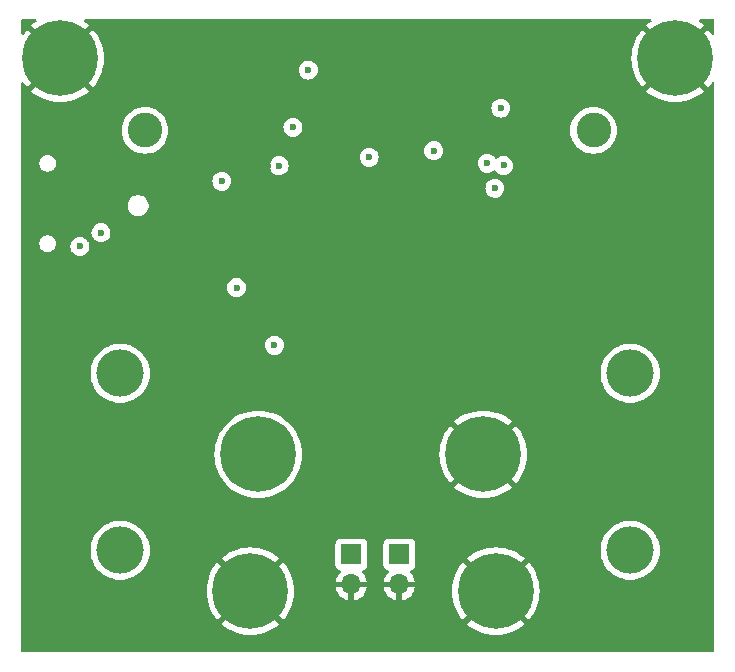
<source format=gbr>
%TF.GenerationSoftware,KiCad,Pcbnew,8.0.1*%
%TF.CreationDate,2024-04-22T08:31:39-07:00*%
%TF.ProjectId,milliohm_meter,6d696c6c-696f-4686-9d5f-6d657465722e,rev?*%
%TF.SameCoordinates,Original*%
%TF.FileFunction,Copper,L2,Inr*%
%TF.FilePolarity,Positive*%
%FSLAX46Y46*%
G04 Gerber Fmt 4.6, Leading zero omitted, Abs format (unit mm)*
G04 Created by KiCad (PCBNEW 8.0.1) date 2024-04-22 08:31:39*
%MOMM*%
%LPD*%
G01*
G04 APERTURE LIST*
%TA.AperFunction,ComponentPad*%
%ADD10C,6.400000*%
%TD*%
%TA.AperFunction,ComponentPad*%
%ADD11R,1.700000X1.700000*%
%TD*%
%TA.AperFunction,ComponentPad*%
%ADD12O,1.700000X1.700000*%
%TD*%
%TA.AperFunction,ComponentPad*%
%ADD13C,4.000000*%
%TD*%
%TA.AperFunction,ComponentPad*%
%ADD14C,2.940000*%
%TD*%
%TA.AperFunction,ViaPad*%
%ADD15C,0.600000*%
%TD*%
G04 APERTURE END LIST*
D10*
%TO.N,GND*%
%TO.C,J8*%
X147574000Y-90678000D03*
%TD*%
D11*
%TO.N,VCC*%
%TO.C,J4*%
X136423000Y-99156200D03*
D12*
%TO.N,GND*%
X136423000Y-101696200D03*
%TD*%
D10*
%TO.N,GND*%
%TO.C,H2*%
X163830000Y-57150000D03*
%TD*%
D13*
%TO.N,Net-(D1-K)*%
%TO.C,J2*%
X116840000Y-83820000D03*
%TD*%
D11*
%TO.N,/V_OUT*%
%TO.C,J3*%
X140487000Y-99156200D03*
D12*
%TO.N,GND*%
X140487000Y-101696200D03*
%TD*%
D10*
%TO.N,GND*%
%TO.C,H4*%
X148640800Y-102260400D03*
%TD*%
D13*
%TO.N,/SENSE-*%
%TO.C,J6*%
X160020000Y-98806000D03*
%TD*%
D10*
%TO.N,/V_OUT*%
%TO.C,J7*%
X128524000Y-90678000D03*
%TD*%
D13*
%TO.N,/SENSE+*%
%TO.C,J5*%
X160020000Y-83820000D03*
%TD*%
D10*
%TO.N,GND*%
%TO.C,H1*%
X111760000Y-57150000D03*
%TD*%
D13*
%TO.N,/FORCE-*%
%TO.C,J1*%
X116840000Y-98806000D03*
%TD*%
D10*
%TO.N,GND*%
%TO.C,H3*%
X127863600Y-102260400D03*
%TD*%
D14*
%TO.N,Net-(BAT1--)*%
%TO.C,BAT1*%
X156922000Y-63246000D03*
%TO.N,Net-(BAT1-+)*%
X118952000Y-63246000D03*
%TD*%
D15*
%TO.N,VCC*%
X132765800Y-58140600D03*
%TO.N,GND*%
X128320800Y-58547000D03*
%TO.N,VCC*%
X131470400Y-62992000D03*
X125450600Y-67564000D03*
X149072600Y-61366400D03*
X149301200Y-66217800D03*
X148564600Y-68148200D03*
X115214400Y-71907400D03*
X126695200Y-76555600D03*
X113436400Y-73075800D03*
X130302000Y-66243200D03*
%TO.N,GND*%
X138684000Y-69723000D03*
X126184600Y-61518800D03*
X126235400Y-60426600D03*
X137541000Y-69723000D03*
X147523200Y-67919600D03*
X128016000Y-66344800D03*
X146812000Y-68961000D03*
X151587200Y-63246000D03*
X146126200Y-68275200D03*
X129489200Y-65532000D03*
X150368000Y-62407800D03*
X125628400Y-66090800D03*
X129336800Y-66243200D03*
X126210000Y-59410600D03*
X126210000Y-62585600D03*
%TO.N,/FORCE-*%
X137922000Y-65532000D03*
X129908300Y-81445100D03*
%TO.N,/V_OUT*%
X143383000Y-64973200D03*
X147929600Y-66040000D03*
%TD*%
%TA.AperFunction,Conductor*%
%TO.N,GND*%
G36*
X161781114Y-53860185D02*
G01*
X161826869Y-53912989D01*
X161836813Y-53982147D01*
X161807788Y-54045703D01*
X161781610Y-54068495D01*
X161652206Y-54152531D01*
X161394648Y-54361095D01*
X161394648Y-54361096D01*
X162889301Y-55855748D01*
X162787670Y-55929588D01*
X162609588Y-56107670D01*
X162535748Y-56209300D01*
X161041096Y-54714648D01*
X161041095Y-54714648D01*
X160832531Y-54972206D01*
X160621310Y-55297456D01*
X160445244Y-55643005D01*
X160306262Y-56005063D01*
X160205887Y-56379669D01*
X160205886Y-56379676D01*
X160145219Y-56762712D01*
X160124922Y-57149999D01*
X160124922Y-57150000D01*
X160145219Y-57537287D01*
X160205886Y-57920323D01*
X160205887Y-57920330D01*
X160306262Y-58294936D01*
X160445244Y-58656994D01*
X160621310Y-59002543D01*
X160832531Y-59327793D01*
X161041095Y-59585350D01*
X161041096Y-59585350D01*
X162535748Y-58090698D01*
X162609588Y-58192330D01*
X162787670Y-58370412D01*
X162889300Y-58444251D01*
X161394648Y-59938903D01*
X161394649Y-59938904D01*
X161652206Y-60147468D01*
X161977456Y-60358689D01*
X162323005Y-60534755D01*
X162685063Y-60673737D01*
X163059669Y-60774112D01*
X163059676Y-60774113D01*
X163442712Y-60834780D01*
X163829999Y-60855078D01*
X163830001Y-60855078D01*
X164217287Y-60834780D01*
X164600323Y-60774113D01*
X164600330Y-60774112D01*
X164974936Y-60673737D01*
X165336994Y-60534755D01*
X165682543Y-60358689D01*
X166007783Y-60147476D01*
X166007785Y-60147475D01*
X166265349Y-59938902D01*
X164770698Y-58444251D01*
X164872330Y-58370412D01*
X165050412Y-58192330D01*
X165124251Y-58090698D01*
X166618902Y-59585349D01*
X166827475Y-59327785D01*
X166827475Y-59327783D01*
X166911505Y-59198390D01*
X166964526Y-59152887D01*
X167033731Y-59143272D01*
X167097148Y-59172599D01*
X167134642Y-59231557D01*
X167139500Y-59265925D01*
X167139500Y-107325500D01*
X167119815Y-107392539D01*
X167067011Y-107438294D01*
X167015500Y-107449500D01*
X108574500Y-107449500D01*
X108507461Y-107429815D01*
X108461706Y-107377011D01*
X108450500Y-107325500D01*
X108450500Y-102260400D01*
X124158522Y-102260400D01*
X124178819Y-102647687D01*
X124239486Y-103030723D01*
X124239487Y-103030730D01*
X124339862Y-103405336D01*
X124478844Y-103767394D01*
X124654910Y-104112943D01*
X124866131Y-104438193D01*
X125074695Y-104695750D01*
X125074696Y-104695750D01*
X126569348Y-103201098D01*
X126643188Y-103302730D01*
X126821270Y-103480812D01*
X126922900Y-103554651D01*
X125428248Y-105049303D01*
X125428249Y-105049304D01*
X125685806Y-105257868D01*
X126011056Y-105469089D01*
X126356605Y-105645155D01*
X126718663Y-105784137D01*
X127093269Y-105884512D01*
X127093276Y-105884513D01*
X127476312Y-105945180D01*
X127863599Y-105965478D01*
X127863601Y-105965478D01*
X128250887Y-105945180D01*
X128633923Y-105884513D01*
X128633930Y-105884512D01*
X129008536Y-105784137D01*
X129370594Y-105645155D01*
X129716143Y-105469089D01*
X130041383Y-105257876D01*
X130041385Y-105257875D01*
X130298949Y-105049302D01*
X128804298Y-103554651D01*
X128905930Y-103480812D01*
X129084012Y-103302730D01*
X129157851Y-103201098D01*
X130652502Y-104695749D01*
X130861075Y-104438185D01*
X130861076Y-104438183D01*
X131072289Y-104112943D01*
X131248355Y-103767394D01*
X131387337Y-103405336D01*
X131487712Y-103030730D01*
X131487713Y-103030723D01*
X131548380Y-102647687D01*
X131568678Y-102260400D01*
X131568678Y-102260399D01*
X131548380Y-101873112D01*
X131487713Y-101490076D01*
X131487712Y-101490069D01*
X131387337Y-101115463D01*
X131248355Y-100753405D01*
X131072289Y-100407856D01*
X130861068Y-100082606D01*
X130837960Y-100054070D01*
X135072500Y-100054070D01*
X135072501Y-100054076D01*
X135078908Y-100113683D01*
X135129202Y-100248528D01*
X135129206Y-100248535D01*
X135215452Y-100363744D01*
X135215455Y-100363747D01*
X135330664Y-100449993D01*
X135330671Y-100449997D01*
X135330674Y-100449998D01*
X135462598Y-100499202D01*
X135518531Y-100541073D01*
X135542949Y-100606537D01*
X135528098Y-100674810D01*
X135506947Y-100703065D01*
X135384886Y-100825126D01*
X135249400Y-101018620D01*
X135249399Y-101018622D01*
X135149570Y-101232707D01*
X135149567Y-101232713D01*
X135092364Y-101446199D01*
X135092364Y-101446200D01*
X135989988Y-101446200D01*
X135957075Y-101503207D01*
X135923000Y-101630374D01*
X135923000Y-101762026D01*
X135957075Y-101889193D01*
X135989988Y-101946200D01*
X135092364Y-101946200D01*
X135149567Y-102159686D01*
X135149570Y-102159692D01*
X135249399Y-102373778D01*
X135384894Y-102567282D01*
X135551917Y-102734305D01*
X135745421Y-102869800D01*
X135959507Y-102969629D01*
X135959516Y-102969633D01*
X136173000Y-103026834D01*
X136173000Y-102129212D01*
X136230007Y-102162125D01*
X136357174Y-102196200D01*
X136488826Y-102196200D01*
X136615993Y-102162125D01*
X136673000Y-102129212D01*
X136673000Y-103026833D01*
X136886483Y-102969633D01*
X136886492Y-102969629D01*
X137100578Y-102869800D01*
X137294082Y-102734305D01*
X137461105Y-102567282D01*
X137596600Y-102373778D01*
X137696429Y-102159692D01*
X137696432Y-102159686D01*
X137753636Y-101946200D01*
X136856012Y-101946200D01*
X136888925Y-101889193D01*
X136923000Y-101762026D01*
X136923000Y-101630374D01*
X136888925Y-101503207D01*
X136856012Y-101446200D01*
X137753636Y-101446200D01*
X137753635Y-101446199D01*
X137696432Y-101232713D01*
X137696429Y-101232707D01*
X137596600Y-101018622D01*
X137596599Y-101018620D01*
X137461113Y-100825126D01*
X137461108Y-100825120D01*
X137339053Y-100703065D01*
X137305568Y-100641742D01*
X137310552Y-100572050D01*
X137352424Y-100516117D01*
X137383400Y-100499202D01*
X137515331Y-100449996D01*
X137630546Y-100363746D01*
X137716796Y-100248531D01*
X137767091Y-100113683D01*
X137773500Y-100054073D01*
X137773500Y-100054070D01*
X139136500Y-100054070D01*
X139136501Y-100054076D01*
X139142908Y-100113683D01*
X139193202Y-100248528D01*
X139193206Y-100248535D01*
X139279452Y-100363744D01*
X139279455Y-100363747D01*
X139394664Y-100449993D01*
X139394671Y-100449997D01*
X139394674Y-100449998D01*
X139526598Y-100499202D01*
X139582531Y-100541073D01*
X139606949Y-100606537D01*
X139592098Y-100674810D01*
X139570947Y-100703065D01*
X139448886Y-100825126D01*
X139313400Y-101018620D01*
X139313399Y-101018622D01*
X139213570Y-101232707D01*
X139213567Y-101232713D01*
X139156364Y-101446199D01*
X139156364Y-101446200D01*
X140053988Y-101446200D01*
X140021075Y-101503207D01*
X139987000Y-101630374D01*
X139987000Y-101762026D01*
X140021075Y-101889193D01*
X140053988Y-101946200D01*
X139156364Y-101946200D01*
X139213567Y-102159686D01*
X139213570Y-102159692D01*
X139313399Y-102373778D01*
X139448894Y-102567282D01*
X139615917Y-102734305D01*
X139809421Y-102869800D01*
X140023507Y-102969629D01*
X140023516Y-102969633D01*
X140237000Y-103026834D01*
X140237000Y-102129212D01*
X140294007Y-102162125D01*
X140421174Y-102196200D01*
X140552826Y-102196200D01*
X140679993Y-102162125D01*
X140737000Y-102129212D01*
X140737000Y-103026833D01*
X140950483Y-102969633D01*
X140950492Y-102969629D01*
X141164578Y-102869800D01*
X141358082Y-102734305D01*
X141525105Y-102567282D01*
X141660600Y-102373778D01*
X141713469Y-102260400D01*
X144935722Y-102260400D01*
X144956019Y-102647687D01*
X145016686Y-103030723D01*
X145016687Y-103030730D01*
X145117062Y-103405336D01*
X145256044Y-103767394D01*
X145432110Y-104112943D01*
X145643331Y-104438193D01*
X145851895Y-104695750D01*
X145851896Y-104695750D01*
X147346548Y-103201098D01*
X147420388Y-103302730D01*
X147598470Y-103480812D01*
X147700100Y-103554651D01*
X146205448Y-105049303D01*
X146205449Y-105049304D01*
X146463006Y-105257868D01*
X146788256Y-105469089D01*
X147133805Y-105645155D01*
X147495863Y-105784137D01*
X147870469Y-105884512D01*
X147870476Y-105884513D01*
X148253512Y-105945180D01*
X148640799Y-105965478D01*
X148640801Y-105965478D01*
X149028087Y-105945180D01*
X149411123Y-105884513D01*
X149411130Y-105884512D01*
X149785736Y-105784137D01*
X150147794Y-105645155D01*
X150493343Y-105469089D01*
X150818583Y-105257876D01*
X150818585Y-105257875D01*
X151076149Y-105049302D01*
X149581498Y-103554651D01*
X149683130Y-103480812D01*
X149861212Y-103302730D01*
X149935051Y-103201098D01*
X151429702Y-104695749D01*
X151638275Y-104438185D01*
X151638276Y-104438183D01*
X151849489Y-104112943D01*
X152025555Y-103767394D01*
X152164537Y-103405336D01*
X152264912Y-103030730D01*
X152264913Y-103030723D01*
X152325580Y-102647687D01*
X152345878Y-102260400D01*
X152345878Y-102260399D01*
X152325580Y-101873112D01*
X152264913Y-101490076D01*
X152264912Y-101490069D01*
X152164537Y-101115463D01*
X152025555Y-100753405D01*
X151849489Y-100407856D01*
X151638268Y-100082606D01*
X151429704Y-99825049D01*
X151429703Y-99825048D01*
X149935051Y-101319700D01*
X149861212Y-101218070D01*
X149683130Y-101039988D01*
X149581498Y-100966148D01*
X151076150Y-99471496D01*
X151076150Y-99471495D01*
X150818593Y-99262931D01*
X150493343Y-99051710D01*
X150147794Y-98875644D01*
X149966379Y-98806005D01*
X157514556Y-98806005D01*
X157534310Y-99120004D01*
X157534311Y-99120011D01*
X157593270Y-99429083D01*
X157690497Y-99728316D01*
X157690499Y-99728321D01*
X157824461Y-100013003D01*
X157824464Y-100013009D01*
X157993051Y-100278661D01*
X157993054Y-100278665D01*
X158193606Y-100521090D01*
X158193608Y-100521092D01*
X158193610Y-100521094D01*
X158357301Y-100674810D01*
X158422968Y-100736476D01*
X158422978Y-100736484D01*
X158677504Y-100921408D01*
X158677509Y-100921410D01*
X158677516Y-100921416D01*
X158953234Y-101072994D01*
X158953239Y-101072996D01*
X158953241Y-101072997D01*
X158953242Y-101072998D01*
X159245771Y-101188818D01*
X159245774Y-101188819D01*
X159550523Y-101267065D01*
X159550527Y-101267066D01*
X159616010Y-101275338D01*
X159862670Y-101306499D01*
X159862679Y-101306499D01*
X159862682Y-101306500D01*
X159862684Y-101306500D01*
X160177316Y-101306500D01*
X160177318Y-101306500D01*
X160177321Y-101306499D01*
X160177329Y-101306499D01*
X160363593Y-101282968D01*
X160489473Y-101267066D01*
X160794225Y-101188819D01*
X160794228Y-101188818D01*
X161086757Y-101072998D01*
X161086758Y-101072997D01*
X161086756Y-101072997D01*
X161086766Y-101072994D01*
X161362484Y-100921416D01*
X161617030Y-100736478D01*
X161846390Y-100521094D01*
X162046947Y-100278663D01*
X162215537Y-100013007D01*
X162349503Y-99728315D01*
X162446731Y-99429079D01*
X162505688Y-99120015D01*
X162505689Y-99120004D01*
X162525444Y-98806005D01*
X162525444Y-98805994D01*
X162505689Y-98491995D01*
X162505688Y-98491988D01*
X162505688Y-98491985D01*
X162446731Y-98182921D01*
X162349503Y-97883685D01*
X162315821Y-97812108D01*
X162215538Y-97598996D01*
X162215537Y-97598993D01*
X162046947Y-97333337D01*
X162046945Y-97333334D01*
X161846393Y-97090909D01*
X161846391Y-97090907D01*
X161617031Y-96875523D01*
X161617021Y-96875515D01*
X161362495Y-96690591D01*
X161362488Y-96690586D01*
X161362484Y-96690584D01*
X161086766Y-96539006D01*
X161086763Y-96539004D01*
X161086758Y-96539002D01*
X161086757Y-96539001D01*
X160794228Y-96423181D01*
X160794225Y-96423180D01*
X160489476Y-96344934D01*
X160489463Y-96344932D01*
X160177329Y-96305500D01*
X160177318Y-96305500D01*
X159862682Y-96305500D01*
X159862670Y-96305500D01*
X159550536Y-96344932D01*
X159550523Y-96344934D01*
X159245774Y-96423180D01*
X159245771Y-96423181D01*
X158953242Y-96539001D01*
X158953241Y-96539002D01*
X158677516Y-96690584D01*
X158677504Y-96690591D01*
X158422978Y-96875515D01*
X158422968Y-96875523D01*
X158193608Y-97090907D01*
X158193606Y-97090909D01*
X157993054Y-97333334D01*
X157993051Y-97333338D01*
X157824464Y-97598990D01*
X157824461Y-97598996D01*
X157690499Y-97883678D01*
X157690497Y-97883683D01*
X157593270Y-98182916D01*
X157534311Y-98491988D01*
X157534310Y-98491995D01*
X157514556Y-98805994D01*
X157514556Y-98806005D01*
X149966379Y-98806005D01*
X149785736Y-98736662D01*
X149411130Y-98636287D01*
X149411123Y-98636286D01*
X149028087Y-98575619D01*
X148640801Y-98555322D01*
X148640799Y-98555322D01*
X148253512Y-98575619D01*
X147870476Y-98636286D01*
X147870469Y-98636287D01*
X147495863Y-98736662D01*
X147133805Y-98875644D01*
X146788256Y-99051710D01*
X146463006Y-99262931D01*
X146205448Y-99471495D01*
X146205448Y-99471496D01*
X147700101Y-100966148D01*
X147598470Y-101039988D01*
X147420388Y-101218070D01*
X147346548Y-101319700D01*
X145851896Y-99825048D01*
X145851895Y-99825048D01*
X145643331Y-100082606D01*
X145432110Y-100407856D01*
X145256044Y-100753405D01*
X145117062Y-101115463D01*
X145016687Y-101490069D01*
X145016686Y-101490076D01*
X144956019Y-101873112D01*
X144935722Y-102260399D01*
X144935722Y-102260400D01*
X141713469Y-102260400D01*
X141760429Y-102159692D01*
X141760432Y-102159686D01*
X141817636Y-101946200D01*
X140920012Y-101946200D01*
X140952925Y-101889193D01*
X140987000Y-101762026D01*
X140987000Y-101630374D01*
X140952925Y-101503207D01*
X140920012Y-101446200D01*
X141817636Y-101446200D01*
X141817635Y-101446199D01*
X141760432Y-101232713D01*
X141760429Y-101232707D01*
X141660600Y-101018622D01*
X141660599Y-101018620D01*
X141525113Y-100825126D01*
X141525108Y-100825120D01*
X141403053Y-100703065D01*
X141369568Y-100641742D01*
X141374552Y-100572050D01*
X141416424Y-100516117D01*
X141447400Y-100499202D01*
X141579331Y-100449996D01*
X141694546Y-100363746D01*
X141780796Y-100248531D01*
X141831091Y-100113683D01*
X141837500Y-100054073D01*
X141837499Y-98258328D01*
X141831091Y-98198717D01*
X141825199Y-98182921D01*
X141780797Y-98063871D01*
X141780793Y-98063864D01*
X141694547Y-97948655D01*
X141694544Y-97948652D01*
X141579335Y-97862406D01*
X141579328Y-97862402D01*
X141444482Y-97812108D01*
X141444483Y-97812108D01*
X141384883Y-97805701D01*
X141384881Y-97805700D01*
X141384873Y-97805700D01*
X141384864Y-97805700D01*
X139589129Y-97805700D01*
X139589123Y-97805701D01*
X139529516Y-97812108D01*
X139394671Y-97862402D01*
X139394664Y-97862406D01*
X139279455Y-97948652D01*
X139279452Y-97948655D01*
X139193206Y-98063864D01*
X139193202Y-98063871D01*
X139142908Y-98198717D01*
X139136501Y-98258316D01*
X139136501Y-98258323D01*
X139136500Y-98258335D01*
X139136500Y-100054070D01*
X137773500Y-100054070D01*
X137773499Y-98258328D01*
X137767091Y-98198717D01*
X137761199Y-98182921D01*
X137716797Y-98063871D01*
X137716793Y-98063864D01*
X137630547Y-97948655D01*
X137630544Y-97948652D01*
X137515335Y-97862406D01*
X137515328Y-97862402D01*
X137380482Y-97812108D01*
X137380483Y-97812108D01*
X137320883Y-97805701D01*
X137320881Y-97805700D01*
X137320873Y-97805700D01*
X137320864Y-97805700D01*
X135525129Y-97805700D01*
X135525123Y-97805701D01*
X135465516Y-97812108D01*
X135330671Y-97862402D01*
X135330664Y-97862406D01*
X135215455Y-97948652D01*
X135215452Y-97948655D01*
X135129206Y-98063864D01*
X135129202Y-98063871D01*
X135078908Y-98198717D01*
X135072501Y-98258316D01*
X135072501Y-98258323D01*
X135072500Y-98258335D01*
X135072500Y-100054070D01*
X130837960Y-100054070D01*
X130652504Y-99825049D01*
X130652503Y-99825048D01*
X129157851Y-101319700D01*
X129084012Y-101218070D01*
X128905930Y-101039988D01*
X128804298Y-100966148D01*
X130298950Y-99471496D01*
X130298950Y-99471495D01*
X130041393Y-99262931D01*
X129716143Y-99051710D01*
X129370594Y-98875644D01*
X129008536Y-98736662D01*
X128633930Y-98636287D01*
X128633923Y-98636286D01*
X128250887Y-98575619D01*
X127863601Y-98555322D01*
X127863599Y-98555322D01*
X127476312Y-98575619D01*
X127093276Y-98636286D01*
X127093269Y-98636287D01*
X126718663Y-98736662D01*
X126356605Y-98875644D01*
X126011056Y-99051710D01*
X125685806Y-99262931D01*
X125428248Y-99471495D01*
X125428248Y-99471496D01*
X126922901Y-100966148D01*
X126821270Y-101039988D01*
X126643188Y-101218070D01*
X126569348Y-101319700D01*
X125074696Y-99825048D01*
X125074695Y-99825048D01*
X124866131Y-100082606D01*
X124654910Y-100407856D01*
X124478844Y-100753405D01*
X124339862Y-101115463D01*
X124239487Y-101490069D01*
X124239486Y-101490076D01*
X124178819Y-101873112D01*
X124158522Y-102260399D01*
X124158522Y-102260400D01*
X108450500Y-102260400D01*
X108450500Y-98806005D01*
X114334556Y-98806005D01*
X114354310Y-99120004D01*
X114354311Y-99120011D01*
X114413270Y-99429083D01*
X114510497Y-99728316D01*
X114510499Y-99728321D01*
X114644461Y-100013003D01*
X114644464Y-100013009D01*
X114813051Y-100278661D01*
X114813054Y-100278665D01*
X115013606Y-100521090D01*
X115013608Y-100521092D01*
X115013610Y-100521094D01*
X115177301Y-100674810D01*
X115242968Y-100736476D01*
X115242978Y-100736484D01*
X115497504Y-100921408D01*
X115497509Y-100921410D01*
X115497516Y-100921416D01*
X115773234Y-101072994D01*
X115773239Y-101072996D01*
X115773241Y-101072997D01*
X115773242Y-101072998D01*
X116065771Y-101188818D01*
X116065774Y-101188819D01*
X116370523Y-101267065D01*
X116370527Y-101267066D01*
X116436010Y-101275338D01*
X116682670Y-101306499D01*
X116682679Y-101306499D01*
X116682682Y-101306500D01*
X116682684Y-101306500D01*
X116997316Y-101306500D01*
X116997318Y-101306500D01*
X116997321Y-101306499D01*
X116997329Y-101306499D01*
X117183593Y-101282968D01*
X117309473Y-101267066D01*
X117614225Y-101188819D01*
X117614228Y-101188818D01*
X117906757Y-101072998D01*
X117906758Y-101072997D01*
X117906756Y-101072997D01*
X117906766Y-101072994D01*
X118182484Y-100921416D01*
X118437030Y-100736478D01*
X118666390Y-100521094D01*
X118866947Y-100278663D01*
X119035537Y-100013007D01*
X119169503Y-99728315D01*
X119266731Y-99429079D01*
X119325688Y-99120015D01*
X119325689Y-99120004D01*
X119345444Y-98806005D01*
X119345444Y-98805994D01*
X119325689Y-98491995D01*
X119325688Y-98491988D01*
X119325688Y-98491985D01*
X119266731Y-98182921D01*
X119169503Y-97883685D01*
X119135821Y-97812108D01*
X119035538Y-97598996D01*
X119035537Y-97598993D01*
X118866947Y-97333337D01*
X118866945Y-97333334D01*
X118666393Y-97090909D01*
X118666391Y-97090907D01*
X118437031Y-96875523D01*
X118437021Y-96875515D01*
X118182495Y-96690591D01*
X118182488Y-96690586D01*
X118182484Y-96690584D01*
X117906766Y-96539006D01*
X117906763Y-96539004D01*
X117906758Y-96539002D01*
X117906757Y-96539001D01*
X117614228Y-96423181D01*
X117614225Y-96423180D01*
X117309476Y-96344934D01*
X117309463Y-96344932D01*
X116997329Y-96305500D01*
X116997318Y-96305500D01*
X116682682Y-96305500D01*
X116682670Y-96305500D01*
X116370536Y-96344932D01*
X116370523Y-96344934D01*
X116065774Y-96423180D01*
X116065771Y-96423181D01*
X115773242Y-96539001D01*
X115773241Y-96539002D01*
X115497516Y-96690584D01*
X115497504Y-96690591D01*
X115242978Y-96875515D01*
X115242968Y-96875523D01*
X115013608Y-97090907D01*
X115013606Y-97090909D01*
X114813054Y-97333334D01*
X114813051Y-97333338D01*
X114644464Y-97598990D01*
X114644461Y-97598996D01*
X114510499Y-97883678D01*
X114510497Y-97883683D01*
X114413270Y-98182916D01*
X114354311Y-98491988D01*
X114354310Y-98491995D01*
X114334556Y-98805994D01*
X114334556Y-98806005D01*
X108450500Y-98806005D01*
X108450500Y-90678000D01*
X124818422Y-90678000D01*
X124838722Y-91065338D01*
X124899398Y-91448433D01*
X124972252Y-91720330D01*
X124999788Y-91823094D01*
X125138787Y-92185197D01*
X125314877Y-92530793D01*
X125526122Y-92856082D01*
X125526124Y-92856084D01*
X125770219Y-93157516D01*
X126044484Y-93431781D01*
X126044488Y-93431784D01*
X126345917Y-93675877D01*
X126671206Y-93887122D01*
X126671211Y-93887125D01*
X127016806Y-94063214D01*
X127378913Y-94202214D01*
X127753567Y-94302602D01*
X128136662Y-94363278D01*
X128502576Y-94382455D01*
X128523999Y-94383578D01*
X128524000Y-94383578D01*
X128524001Y-94383578D01*
X128544301Y-94382514D01*
X128911338Y-94363278D01*
X129294433Y-94302602D01*
X129669087Y-94202214D01*
X130031194Y-94063214D01*
X130376789Y-93887125D01*
X130702084Y-93675876D01*
X131003516Y-93431781D01*
X131277781Y-93157516D01*
X131521876Y-92856084D01*
X131733125Y-92530789D01*
X131909214Y-92185194D01*
X132048214Y-91823087D01*
X132148602Y-91448433D01*
X132209278Y-91065338D01*
X132229578Y-90678000D01*
X143868922Y-90678000D01*
X143889219Y-91065287D01*
X143949886Y-91448323D01*
X143949887Y-91448330D01*
X144050262Y-91822936D01*
X144189244Y-92184994D01*
X144365310Y-92530543D01*
X144576531Y-92855793D01*
X144785095Y-93113350D01*
X144785096Y-93113350D01*
X146279748Y-91618698D01*
X146353588Y-91720330D01*
X146531670Y-91898412D01*
X146633300Y-91972251D01*
X145138648Y-93466903D01*
X145138649Y-93466904D01*
X145396206Y-93675468D01*
X145721456Y-93886689D01*
X146067005Y-94062755D01*
X146429063Y-94201737D01*
X146803669Y-94302112D01*
X146803676Y-94302113D01*
X147186712Y-94362780D01*
X147573999Y-94383078D01*
X147574001Y-94383078D01*
X147961287Y-94362780D01*
X148344323Y-94302113D01*
X148344330Y-94302112D01*
X148718936Y-94201737D01*
X149080994Y-94062755D01*
X149426543Y-93886689D01*
X149751783Y-93675476D01*
X149751785Y-93675475D01*
X150009349Y-93466902D01*
X148514698Y-91972251D01*
X148616330Y-91898412D01*
X148794412Y-91720330D01*
X148868251Y-91618698D01*
X150362902Y-93113349D01*
X150571475Y-92855785D01*
X150571476Y-92855783D01*
X150782689Y-92530543D01*
X150958755Y-92184994D01*
X151097737Y-91822936D01*
X151198112Y-91448330D01*
X151198113Y-91448323D01*
X151258780Y-91065287D01*
X151279078Y-90678000D01*
X151279078Y-90677999D01*
X151258780Y-90290712D01*
X151198113Y-89907676D01*
X151198112Y-89907669D01*
X151097737Y-89533063D01*
X150958755Y-89171005D01*
X150782689Y-88825456D01*
X150571468Y-88500206D01*
X150362904Y-88242649D01*
X150362903Y-88242648D01*
X148868251Y-89737300D01*
X148794412Y-89635670D01*
X148616330Y-89457588D01*
X148514698Y-89383748D01*
X150009350Y-87889096D01*
X150009350Y-87889095D01*
X149751793Y-87680531D01*
X149426543Y-87469310D01*
X149080994Y-87293244D01*
X148718936Y-87154262D01*
X148344330Y-87053887D01*
X148344323Y-87053886D01*
X147961287Y-86993219D01*
X147574001Y-86972922D01*
X147573999Y-86972922D01*
X147186712Y-86993219D01*
X146803676Y-87053886D01*
X146803669Y-87053887D01*
X146429063Y-87154262D01*
X146067005Y-87293244D01*
X145721456Y-87469310D01*
X145396206Y-87680531D01*
X145138648Y-87889095D01*
X145138648Y-87889096D01*
X146633301Y-89383748D01*
X146531670Y-89457588D01*
X146353588Y-89635670D01*
X146279748Y-89737300D01*
X144785096Y-88242648D01*
X144785095Y-88242648D01*
X144576531Y-88500206D01*
X144365310Y-88825456D01*
X144189244Y-89171005D01*
X144050262Y-89533063D01*
X143949887Y-89907669D01*
X143949886Y-89907676D01*
X143889219Y-90290712D01*
X143868922Y-90677999D01*
X143868922Y-90678000D01*
X132229578Y-90678000D01*
X132209278Y-90290662D01*
X132148602Y-89907567D01*
X132048214Y-89532913D01*
X131909214Y-89170806D01*
X131733125Y-88825211D01*
X131733122Y-88825206D01*
X131521877Y-88499917D01*
X131277784Y-88198488D01*
X131277781Y-88198484D01*
X131003516Y-87924219D01*
X130702084Y-87680124D01*
X130702082Y-87680122D01*
X130376793Y-87468877D01*
X130031197Y-87292787D01*
X129669094Y-87153788D01*
X129669087Y-87153786D01*
X129294433Y-87053398D01*
X129294429Y-87053397D01*
X129294428Y-87053397D01*
X128911339Y-86992722D01*
X128524001Y-86972422D01*
X128523999Y-86972422D01*
X128136660Y-86992722D01*
X127753572Y-87053397D01*
X127753570Y-87053397D01*
X127378905Y-87153788D01*
X127016802Y-87292787D01*
X126671206Y-87468877D01*
X126345917Y-87680122D01*
X126044488Y-87924215D01*
X126044480Y-87924222D01*
X125770222Y-88198480D01*
X125770215Y-88198488D01*
X125526122Y-88499917D01*
X125314877Y-88825206D01*
X125138787Y-89170802D01*
X124999788Y-89532905D01*
X124899397Y-89907570D01*
X124899397Y-89907572D01*
X124838722Y-90290662D01*
X124818422Y-90678000D01*
X108450500Y-90678000D01*
X108450500Y-83820005D01*
X114334556Y-83820005D01*
X114354310Y-84134004D01*
X114354311Y-84134011D01*
X114413270Y-84443083D01*
X114510497Y-84742316D01*
X114510499Y-84742321D01*
X114644461Y-85027003D01*
X114644464Y-85027009D01*
X114813051Y-85292661D01*
X114813054Y-85292665D01*
X115013606Y-85535090D01*
X115013608Y-85535092D01*
X115242968Y-85750476D01*
X115242978Y-85750484D01*
X115497504Y-85935408D01*
X115497509Y-85935410D01*
X115497516Y-85935416D01*
X115773234Y-86086994D01*
X115773239Y-86086996D01*
X115773241Y-86086997D01*
X115773242Y-86086998D01*
X116065771Y-86202818D01*
X116065774Y-86202819D01*
X116370523Y-86281065D01*
X116370527Y-86281066D01*
X116436010Y-86289338D01*
X116682670Y-86320499D01*
X116682679Y-86320499D01*
X116682682Y-86320500D01*
X116682684Y-86320500D01*
X116997316Y-86320500D01*
X116997318Y-86320500D01*
X116997321Y-86320499D01*
X116997329Y-86320499D01*
X117183593Y-86296968D01*
X117309473Y-86281066D01*
X117614225Y-86202819D01*
X117614228Y-86202818D01*
X117906757Y-86086998D01*
X117906758Y-86086997D01*
X117906756Y-86086997D01*
X117906766Y-86086994D01*
X118182484Y-85935416D01*
X118437030Y-85750478D01*
X118666390Y-85535094D01*
X118866947Y-85292663D01*
X119035537Y-85027007D01*
X119169503Y-84742315D01*
X119266731Y-84443079D01*
X119325688Y-84134015D01*
X119345444Y-83820005D01*
X157514556Y-83820005D01*
X157534310Y-84134004D01*
X157534311Y-84134011D01*
X157593270Y-84443083D01*
X157690497Y-84742316D01*
X157690499Y-84742321D01*
X157824461Y-85027003D01*
X157824464Y-85027009D01*
X157993051Y-85292661D01*
X157993054Y-85292665D01*
X158193606Y-85535090D01*
X158193608Y-85535092D01*
X158422968Y-85750476D01*
X158422978Y-85750484D01*
X158677504Y-85935408D01*
X158677509Y-85935410D01*
X158677516Y-85935416D01*
X158953234Y-86086994D01*
X158953239Y-86086996D01*
X158953241Y-86086997D01*
X158953242Y-86086998D01*
X159245771Y-86202818D01*
X159245774Y-86202819D01*
X159550523Y-86281065D01*
X159550527Y-86281066D01*
X159616010Y-86289338D01*
X159862670Y-86320499D01*
X159862679Y-86320499D01*
X159862682Y-86320500D01*
X159862684Y-86320500D01*
X160177316Y-86320500D01*
X160177318Y-86320500D01*
X160177321Y-86320499D01*
X160177329Y-86320499D01*
X160363593Y-86296968D01*
X160489473Y-86281066D01*
X160794225Y-86202819D01*
X160794228Y-86202818D01*
X161086757Y-86086998D01*
X161086758Y-86086997D01*
X161086756Y-86086997D01*
X161086766Y-86086994D01*
X161362484Y-85935416D01*
X161617030Y-85750478D01*
X161846390Y-85535094D01*
X162046947Y-85292663D01*
X162215537Y-85027007D01*
X162349503Y-84742315D01*
X162446731Y-84443079D01*
X162505688Y-84134015D01*
X162525444Y-83820000D01*
X162505688Y-83505985D01*
X162446731Y-83196921D01*
X162349503Y-82897685D01*
X162215537Y-82612993D01*
X162046947Y-82347337D01*
X161966973Y-82250665D01*
X161846393Y-82104909D01*
X161846391Y-82104907D01*
X161617031Y-81889523D01*
X161617021Y-81889515D01*
X161362495Y-81704591D01*
X161362488Y-81704586D01*
X161362484Y-81704584D01*
X161086766Y-81553006D01*
X161086763Y-81553004D01*
X161086758Y-81553002D01*
X161086757Y-81553001D01*
X160794228Y-81437181D01*
X160794225Y-81437180D01*
X160489476Y-81358934D01*
X160489463Y-81358932D01*
X160177329Y-81319500D01*
X160177318Y-81319500D01*
X159862682Y-81319500D01*
X159862670Y-81319500D01*
X159550536Y-81358932D01*
X159550523Y-81358934D01*
X159245774Y-81437180D01*
X159245771Y-81437181D01*
X158953242Y-81553001D01*
X158953241Y-81553002D01*
X158677516Y-81704584D01*
X158677504Y-81704591D01*
X158422978Y-81889515D01*
X158422968Y-81889523D01*
X158193608Y-82104907D01*
X158193606Y-82104909D01*
X157993054Y-82347334D01*
X157993051Y-82347338D01*
X157824464Y-82612990D01*
X157824461Y-82612996D01*
X157690499Y-82897678D01*
X157690497Y-82897683D01*
X157593270Y-83196916D01*
X157534311Y-83505988D01*
X157534310Y-83505995D01*
X157514556Y-83819994D01*
X157514556Y-83820005D01*
X119345444Y-83820005D01*
X119345444Y-83820000D01*
X119325688Y-83505985D01*
X119266731Y-83196921D01*
X119169503Y-82897685D01*
X119035537Y-82612993D01*
X118866947Y-82347337D01*
X118786973Y-82250665D01*
X118666393Y-82104909D01*
X118666391Y-82104907D01*
X118437031Y-81889523D01*
X118437021Y-81889515D01*
X118182495Y-81704591D01*
X118182488Y-81704586D01*
X118182484Y-81704584D01*
X117906766Y-81553006D01*
X117906763Y-81553004D01*
X117906758Y-81553002D01*
X117906757Y-81553001D01*
X117634237Y-81445103D01*
X129102735Y-81445103D01*
X129122930Y-81624349D01*
X129122931Y-81624354D01*
X129182511Y-81794623D01*
X129242141Y-81889523D01*
X129278484Y-81947362D01*
X129406038Y-82074916D01*
X129558778Y-82170889D01*
X129729045Y-82230468D01*
X129729050Y-82230469D01*
X129908296Y-82250665D01*
X129908300Y-82250665D01*
X129908304Y-82250665D01*
X130087549Y-82230469D01*
X130087552Y-82230468D01*
X130087555Y-82230468D01*
X130257822Y-82170889D01*
X130410562Y-82074916D01*
X130538116Y-81947362D01*
X130634089Y-81794622D01*
X130693668Y-81624355D01*
X130701707Y-81553006D01*
X130713865Y-81445103D01*
X130713865Y-81445096D01*
X130693669Y-81265850D01*
X130693668Y-81265845D01*
X130634088Y-81095576D01*
X130538115Y-80942837D01*
X130410562Y-80815284D01*
X130257823Y-80719311D01*
X130087554Y-80659731D01*
X130087549Y-80659730D01*
X129908304Y-80639535D01*
X129908296Y-80639535D01*
X129729050Y-80659730D01*
X129729045Y-80659731D01*
X129558776Y-80719311D01*
X129406037Y-80815284D01*
X129278484Y-80942837D01*
X129182511Y-81095576D01*
X129122931Y-81265845D01*
X129122930Y-81265850D01*
X129102735Y-81445096D01*
X129102735Y-81445103D01*
X117634237Y-81445103D01*
X117614228Y-81437181D01*
X117614225Y-81437180D01*
X117309476Y-81358934D01*
X117309463Y-81358932D01*
X116997329Y-81319500D01*
X116997318Y-81319500D01*
X116682682Y-81319500D01*
X116682670Y-81319500D01*
X116370536Y-81358932D01*
X116370523Y-81358934D01*
X116065774Y-81437180D01*
X116065771Y-81437181D01*
X115773242Y-81553001D01*
X115773241Y-81553002D01*
X115497516Y-81704584D01*
X115497504Y-81704591D01*
X115242978Y-81889515D01*
X115242968Y-81889523D01*
X115013608Y-82104907D01*
X115013606Y-82104909D01*
X114813054Y-82347334D01*
X114813051Y-82347338D01*
X114644464Y-82612990D01*
X114644461Y-82612996D01*
X114510499Y-82897678D01*
X114510497Y-82897683D01*
X114413270Y-83196916D01*
X114354311Y-83505988D01*
X114354310Y-83505995D01*
X114334556Y-83819994D01*
X114334556Y-83820005D01*
X108450500Y-83820005D01*
X108450500Y-76555603D01*
X125889635Y-76555603D01*
X125909830Y-76734849D01*
X125909831Y-76734854D01*
X125969411Y-76905123D01*
X126065384Y-77057862D01*
X126192938Y-77185416D01*
X126345678Y-77281389D01*
X126515945Y-77340968D01*
X126515950Y-77340969D01*
X126695196Y-77361165D01*
X126695200Y-77361165D01*
X126695204Y-77361165D01*
X126874449Y-77340969D01*
X126874452Y-77340968D01*
X126874455Y-77340968D01*
X127044722Y-77281389D01*
X127197462Y-77185416D01*
X127325016Y-77057862D01*
X127420989Y-76905122D01*
X127480568Y-76734855D01*
X127500765Y-76555600D01*
X127480568Y-76376345D01*
X127420989Y-76206078D01*
X127325016Y-76053338D01*
X127197462Y-75925784D01*
X127044723Y-75829811D01*
X126874454Y-75770231D01*
X126874449Y-75770230D01*
X126695204Y-75750035D01*
X126695196Y-75750035D01*
X126515950Y-75770230D01*
X126515945Y-75770231D01*
X126345676Y-75829811D01*
X126192937Y-75925784D01*
X126065384Y-76053337D01*
X125969411Y-76206076D01*
X125909831Y-76376345D01*
X125909830Y-76376350D01*
X125889635Y-76555596D01*
X125889635Y-76555603D01*
X108450500Y-76555603D01*
X108450500Y-72908995D01*
X109994699Y-72908995D01*
X110021618Y-73044322D01*
X110021621Y-73044332D01*
X110074421Y-73171804D01*
X110074428Y-73171817D01*
X110151085Y-73286541D01*
X110151088Y-73286545D01*
X110248654Y-73384111D01*
X110248658Y-73384114D01*
X110363382Y-73460771D01*
X110363395Y-73460778D01*
X110490867Y-73513578D01*
X110490872Y-73513580D01*
X110490876Y-73513580D01*
X110490877Y-73513581D01*
X110626204Y-73540500D01*
X110626207Y-73540500D01*
X110764195Y-73540500D01*
X110855241Y-73522389D01*
X110899528Y-73513580D01*
X111027011Y-73460775D01*
X111141742Y-73384114D01*
X111239314Y-73286542D01*
X111315975Y-73171811D01*
X111355743Y-73075803D01*
X112630835Y-73075803D01*
X112651030Y-73255049D01*
X112651031Y-73255054D01*
X112710611Y-73425323D01*
X112766066Y-73513578D01*
X112806584Y-73578062D01*
X112934138Y-73705616D01*
X113086878Y-73801589D01*
X113257145Y-73861168D01*
X113257150Y-73861169D01*
X113436396Y-73881365D01*
X113436400Y-73881365D01*
X113436404Y-73881365D01*
X113615649Y-73861169D01*
X113615652Y-73861168D01*
X113615655Y-73861168D01*
X113785922Y-73801589D01*
X113938662Y-73705616D01*
X114066216Y-73578062D01*
X114162189Y-73425322D01*
X114221768Y-73255055D01*
X114231147Y-73171817D01*
X114241965Y-73075803D01*
X114241965Y-73075796D01*
X114221769Y-72896550D01*
X114221768Y-72896545D01*
X114162188Y-72726276D01*
X114122982Y-72663880D01*
X114066216Y-72573538D01*
X113938662Y-72445984D01*
X113880856Y-72409662D01*
X113785923Y-72350011D01*
X113615654Y-72290431D01*
X113615649Y-72290430D01*
X113436404Y-72270235D01*
X113436396Y-72270235D01*
X113257150Y-72290430D01*
X113257145Y-72290431D01*
X113086876Y-72350011D01*
X112934137Y-72445984D01*
X112806584Y-72573537D01*
X112710611Y-72726276D01*
X112651031Y-72896545D01*
X112651030Y-72896550D01*
X112630835Y-73075796D01*
X112630835Y-73075803D01*
X111355743Y-73075803D01*
X111368780Y-73044328D01*
X111395700Y-72908993D01*
X111395700Y-72771007D01*
X111395700Y-72771004D01*
X111368781Y-72635677D01*
X111368780Y-72635676D01*
X111368780Y-72635672D01*
X111367751Y-72633188D01*
X111315978Y-72508195D01*
X111315971Y-72508182D01*
X111239314Y-72393458D01*
X111239311Y-72393454D01*
X111141745Y-72295888D01*
X111141741Y-72295885D01*
X111027017Y-72219228D01*
X111027004Y-72219221D01*
X110899532Y-72166421D01*
X110899522Y-72166418D01*
X110764195Y-72139500D01*
X110764193Y-72139500D01*
X110626207Y-72139500D01*
X110626205Y-72139500D01*
X110490877Y-72166418D01*
X110490867Y-72166421D01*
X110363395Y-72219221D01*
X110363382Y-72219228D01*
X110248658Y-72295885D01*
X110248654Y-72295888D01*
X110151088Y-72393454D01*
X110151085Y-72393458D01*
X110074428Y-72508182D01*
X110074421Y-72508195D01*
X110021621Y-72635667D01*
X110021618Y-72635677D01*
X109994700Y-72771004D01*
X109994700Y-72771007D01*
X109994700Y-72908993D01*
X109994700Y-72908995D01*
X109994699Y-72908995D01*
X108450500Y-72908995D01*
X108450500Y-71907403D01*
X114408835Y-71907403D01*
X114429030Y-72086649D01*
X114429031Y-72086654D01*
X114488611Y-72256923D01*
X114513095Y-72295888D01*
X114584584Y-72409662D01*
X114712138Y-72537216D01*
X114864878Y-72633189D01*
X115035145Y-72692768D01*
X115035150Y-72692769D01*
X115214396Y-72712965D01*
X115214400Y-72712965D01*
X115214404Y-72712965D01*
X115393649Y-72692769D01*
X115393652Y-72692768D01*
X115393655Y-72692768D01*
X115563922Y-72633189D01*
X115716662Y-72537216D01*
X115844216Y-72409662D01*
X115940189Y-72256922D01*
X115999768Y-72086655D01*
X116019965Y-71907400D01*
X115999768Y-71728145D01*
X115940189Y-71557878D01*
X115844216Y-71405138D01*
X115716662Y-71277584D01*
X115563923Y-71181611D01*
X115393654Y-71122031D01*
X115393649Y-71122030D01*
X115214404Y-71101835D01*
X115214396Y-71101835D01*
X115035150Y-71122030D01*
X115035145Y-71122031D01*
X114864876Y-71181611D01*
X114712137Y-71277584D01*
X114584584Y-71405137D01*
X114488611Y-71557876D01*
X114429031Y-71728145D01*
X114429030Y-71728150D01*
X114408835Y-71907396D01*
X114408835Y-71907403D01*
X108450500Y-71907403D01*
X108450500Y-69703218D01*
X117471500Y-69703218D01*
X117505527Y-69874283D01*
X117505529Y-69874291D01*
X117572278Y-70035439D01*
X117572283Y-70035448D01*
X117669186Y-70180473D01*
X117669189Y-70180477D01*
X117792522Y-70303810D01*
X117792526Y-70303813D01*
X117937551Y-70400716D01*
X117937557Y-70400719D01*
X117937558Y-70400720D01*
X118098709Y-70467471D01*
X118269781Y-70501499D01*
X118269785Y-70501500D01*
X118269786Y-70501500D01*
X118444215Y-70501500D01*
X118444216Y-70501499D01*
X118615291Y-70467471D01*
X118776442Y-70400720D01*
X118921474Y-70303813D01*
X119044813Y-70180474D01*
X119141720Y-70035442D01*
X119208471Y-69874291D01*
X119242500Y-69703214D01*
X119242500Y-69528786D01*
X119208471Y-69357709D01*
X119141720Y-69196558D01*
X119141719Y-69196557D01*
X119141716Y-69196551D01*
X119044813Y-69051526D01*
X119044810Y-69051522D01*
X118921477Y-68928189D01*
X118921473Y-68928186D01*
X118776448Y-68831283D01*
X118776439Y-68831278D01*
X118615291Y-68764529D01*
X118615283Y-68764527D01*
X118444218Y-68730500D01*
X118444214Y-68730500D01*
X118269786Y-68730500D01*
X118269781Y-68730500D01*
X118098716Y-68764527D01*
X118098708Y-68764529D01*
X117937560Y-68831278D01*
X117937551Y-68831283D01*
X117792526Y-68928186D01*
X117792522Y-68928189D01*
X117669189Y-69051522D01*
X117669186Y-69051526D01*
X117572283Y-69196551D01*
X117572278Y-69196560D01*
X117505529Y-69357708D01*
X117505527Y-69357716D01*
X117471500Y-69528781D01*
X117471500Y-69703218D01*
X108450500Y-69703218D01*
X108450500Y-67564003D01*
X124645035Y-67564003D01*
X124665230Y-67743249D01*
X124665231Y-67743254D01*
X124724811Y-67913523D01*
X124820784Y-68066262D01*
X124948338Y-68193816D01*
X125101078Y-68289789D01*
X125271345Y-68349368D01*
X125271350Y-68349369D01*
X125450596Y-68369565D01*
X125450600Y-68369565D01*
X125450604Y-68369565D01*
X125629849Y-68349369D01*
X125629852Y-68349368D01*
X125629855Y-68349368D01*
X125800122Y-68289789D01*
X125952862Y-68193816D01*
X125998475Y-68148203D01*
X147759035Y-68148203D01*
X147779230Y-68327449D01*
X147779231Y-68327454D01*
X147838811Y-68497723D01*
X147934784Y-68650462D01*
X148062338Y-68778016D01*
X148215078Y-68873989D01*
X148369964Y-68928186D01*
X148385345Y-68933568D01*
X148385350Y-68933569D01*
X148564596Y-68953765D01*
X148564600Y-68953765D01*
X148564604Y-68953765D01*
X148743849Y-68933569D01*
X148743852Y-68933568D01*
X148743855Y-68933568D01*
X148914122Y-68873989D01*
X149066862Y-68778016D01*
X149194416Y-68650462D01*
X149290389Y-68497722D01*
X149349968Y-68327455D01*
X149354212Y-68289788D01*
X149370165Y-68148203D01*
X149370165Y-68148196D01*
X149349969Y-67968950D01*
X149349968Y-67968945D01*
X149290388Y-67798676D01*
X149194415Y-67645937D01*
X149066862Y-67518384D01*
X148914123Y-67422411D01*
X148743854Y-67362831D01*
X148743849Y-67362830D01*
X148564604Y-67342635D01*
X148564596Y-67342635D01*
X148385350Y-67362830D01*
X148385345Y-67362831D01*
X148215076Y-67422411D01*
X148062337Y-67518384D01*
X147934784Y-67645937D01*
X147838811Y-67798676D01*
X147779231Y-67968945D01*
X147779230Y-67968950D01*
X147759035Y-68148196D01*
X147759035Y-68148203D01*
X125998475Y-68148203D01*
X126080416Y-68066262D01*
X126176389Y-67913522D01*
X126235968Y-67743255D01*
X126256165Y-67564000D01*
X126251025Y-67518384D01*
X126235969Y-67384750D01*
X126235968Y-67384745D01*
X126176388Y-67214476D01*
X126080415Y-67061737D01*
X125952862Y-66934184D01*
X125800123Y-66838211D01*
X125629854Y-66778631D01*
X125629849Y-66778630D01*
X125450604Y-66758435D01*
X125450596Y-66758435D01*
X125271350Y-66778630D01*
X125271345Y-66778631D01*
X125101076Y-66838211D01*
X124948337Y-66934184D01*
X124820784Y-67061737D01*
X124724811Y-67214476D01*
X124665231Y-67384745D01*
X124665230Y-67384750D01*
X124645035Y-67563996D01*
X124645035Y-67564003D01*
X108450500Y-67564003D01*
X108450500Y-66108995D01*
X109994699Y-66108995D01*
X110021618Y-66244322D01*
X110021621Y-66244332D01*
X110074421Y-66371804D01*
X110074428Y-66371817D01*
X110151085Y-66486541D01*
X110151088Y-66486545D01*
X110248654Y-66584111D01*
X110248658Y-66584114D01*
X110363382Y-66660771D01*
X110363395Y-66660778D01*
X110490867Y-66713578D01*
X110490872Y-66713580D01*
X110490876Y-66713580D01*
X110490877Y-66713581D01*
X110626204Y-66740500D01*
X110626207Y-66740500D01*
X110764195Y-66740500D01*
X110866941Y-66720062D01*
X110899528Y-66713580D01*
X111027011Y-66660775D01*
X111141742Y-66584114D01*
X111239314Y-66486542D01*
X111315975Y-66371811D01*
X111368780Y-66244328D01*
X111369004Y-66243203D01*
X129496435Y-66243203D01*
X129516630Y-66422449D01*
X129516631Y-66422454D01*
X129576211Y-66592723D01*
X129624652Y-66669816D01*
X129672184Y-66745462D01*
X129799738Y-66873016D01*
X129890080Y-66929782D01*
X129912052Y-66943588D01*
X129952478Y-66968989D01*
X130050156Y-67003168D01*
X130122745Y-67028568D01*
X130122750Y-67028569D01*
X130301996Y-67048765D01*
X130302000Y-67048765D01*
X130302004Y-67048765D01*
X130481249Y-67028569D01*
X130481252Y-67028568D01*
X130481255Y-67028568D01*
X130651522Y-66968989D01*
X130804262Y-66873016D01*
X130931816Y-66745462D01*
X131027789Y-66592722D01*
X131087368Y-66422455D01*
X131091079Y-66389522D01*
X131107565Y-66243203D01*
X131107565Y-66243196D01*
X131087369Y-66063950D01*
X131087368Y-66063945D01*
X131076981Y-66034262D01*
X131027789Y-65893678D01*
X131020151Y-65881523D01*
X130942894Y-65758569D01*
X130931816Y-65740938D01*
X130804262Y-65613384D01*
X130792103Y-65605744D01*
X130674746Y-65532003D01*
X137116435Y-65532003D01*
X137136630Y-65711249D01*
X137136631Y-65711254D01*
X137196211Y-65881523D01*
X137203849Y-65893678D01*
X137292184Y-66034262D01*
X137419738Y-66161816D01*
X137508830Y-66217796D01*
X137549264Y-66243203D01*
X137572478Y-66257789D01*
X137742745Y-66317368D01*
X137742750Y-66317369D01*
X137921996Y-66337565D01*
X137922000Y-66337565D01*
X137922004Y-66337565D01*
X138101249Y-66317369D01*
X138101252Y-66317368D01*
X138101255Y-66317368D01*
X138271522Y-66257789D01*
X138424262Y-66161816D01*
X138546075Y-66040003D01*
X147124035Y-66040003D01*
X147144230Y-66219249D01*
X147144231Y-66219254D01*
X147203811Y-66389523D01*
X147295142Y-66534875D01*
X147299784Y-66542262D01*
X147427338Y-66669816D01*
X147580078Y-66765789D01*
X147750345Y-66825368D01*
X147750350Y-66825369D01*
X147929596Y-66845565D01*
X147929600Y-66845565D01*
X147929604Y-66845565D01*
X148108849Y-66825369D01*
X148108852Y-66825368D01*
X148108855Y-66825368D01*
X148279122Y-66765789D01*
X148431862Y-66669816D01*
X148449620Y-66652058D01*
X148510943Y-66618573D01*
X148580635Y-66623557D01*
X148636568Y-66665429D01*
X148642293Y-66673765D01*
X148671384Y-66720062D01*
X148798938Y-66847616D01*
X148951678Y-66943589D01*
X149121945Y-67003168D01*
X149121950Y-67003169D01*
X149301196Y-67023365D01*
X149301200Y-67023365D01*
X149301204Y-67023365D01*
X149480449Y-67003169D01*
X149480452Y-67003168D01*
X149480455Y-67003168D01*
X149650722Y-66943589D01*
X149803462Y-66847616D01*
X149931016Y-66720062D01*
X150026989Y-66567322D01*
X150086568Y-66397055D01*
X150089412Y-66371817D01*
X150106765Y-66217803D01*
X150106765Y-66217796D01*
X150086569Y-66038550D01*
X150086568Y-66038545D01*
X150035876Y-65893676D01*
X150026989Y-65868278D01*
X150006504Y-65835677D01*
X149958054Y-65758569D01*
X149931016Y-65715538D01*
X149803462Y-65587984D01*
X149797172Y-65584032D01*
X149650723Y-65492011D01*
X149480454Y-65432431D01*
X149480449Y-65432430D01*
X149301204Y-65412235D01*
X149301196Y-65412235D01*
X149121950Y-65432430D01*
X149121945Y-65432431D01*
X148951676Y-65492011D01*
X148798937Y-65587984D01*
X148798935Y-65587985D01*
X148781177Y-65605744D01*
X148719853Y-65639228D01*
X148650162Y-65634242D01*
X148594229Y-65592369D01*
X148588520Y-65584057D01*
X148559416Y-65537738D01*
X148431862Y-65410184D01*
X148362214Y-65366421D01*
X148279123Y-65314211D01*
X148108854Y-65254631D01*
X148108849Y-65254630D01*
X147929604Y-65234435D01*
X147929596Y-65234435D01*
X147750350Y-65254630D01*
X147750345Y-65254631D01*
X147580076Y-65314211D01*
X147427337Y-65410184D01*
X147299784Y-65537737D01*
X147203811Y-65690476D01*
X147144231Y-65860745D01*
X147144230Y-65860750D01*
X147124035Y-66039996D01*
X147124035Y-66040003D01*
X138546075Y-66040003D01*
X138551816Y-66034262D01*
X138647789Y-65881522D01*
X138707368Y-65711255D01*
X138707713Y-65708195D01*
X138727565Y-65532003D01*
X138727565Y-65531996D01*
X138707369Y-65352750D01*
X138707368Y-65352745D01*
X138673036Y-65254630D01*
X138647789Y-65182478D01*
X138551816Y-65029738D01*
X138495281Y-64973203D01*
X142577435Y-64973203D01*
X142597630Y-65152449D01*
X142597631Y-65152454D01*
X142657211Y-65322723D01*
X142712167Y-65410184D01*
X142753184Y-65475462D01*
X142880738Y-65603016D01*
X142885080Y-65605744D01*
X143019929Y-65690476D01*
X143033478Y-65698989D01*
X143203745Y-65758568D01*
X143203750Y-65758569D01*
X143382996Y-65778765D01*
X143383000Y-65778765D01*
X143383004Y-65778765D01*
X143562249Y-65758569D01*
X143562252Y-65758568D01*
X143562255Y-65758568D01*
X143732522Y-65698989D01*
X143885262Y-65603016D01*
X144012816Y-65475462D01*
X144108789Y-65322722D01*
X144168368Y-65152455D01*
X144169601Y-65141511D01*
X144188565Y-64973203D01*
X144188565Y-64973196D01*
X144168369Y-64793950D01*
X144168368Y-64793945D01*
X144108788Y-64623676D01*
X144012815Y-64470937D01*
X143885262Y-64343384D01*
X143732523Y-64247411D01*
X143562254Y-64187831D01*
X143562249Y-64187830D01*
X143383004Y-64167635D01*
X143382996Y-64167635D01*
X143203750Y-64187830D01*
X143203745Y-64187831D01*
X143033476Y-64247411D01*
X142880737Y-64343384D01*
X142753184Y-64470937D01*
X142657211Y-64623676D01*
X142597631Y-64793945D01*
X142597630Y-64793950D01*
X142577435Y-64973196D01*
X142577435Y-64973203D01*
X138495281Y-64973203D01*
X138424262Y-64902184D01*
X138271523Y-64806211D01*
X138101254Y-64746631D01*
X138101249Y-64746630D01*
X137922004Y-64726435D01*
X137921996Y-64726435D01*
X137742750Y-64746630D01*
X137742745Y-64746631D01*
X137572476Y-64806211D01*
X137419737Y-64902184D01*
X137292184Y-65029737D01*
X137196211Y-65182476D01*
X137136631Y-65352745D01*
X137136630Y-65352750D01*
X137116435Y-65531996D01*
X137116435Y-65532003D01*
X130674746Y-65532003D01*
X130651523Y-65517411D01*
X130481254Y-65457831D01*
X130481249Y-65457830D01*
X130302004Y-65437635D01*
X130301996Y-65437635D01*
X130122750Y-65457830D01*
X130122745Y-65457831D01*
X129952476Y-65517411D01*
X129799737Y-65613384D01*
X129672184Y-65740937D01*
X129576211Y-65893676D01*
X129516631Y-66063945D01*
X129516630Y-66063950D01*
X129496435Y-66243196D01*
X129496435Y-66243203D01*
X111369004Y-66243203D01*
X111395700Y-66108993D01*
X111395700Y-65971007D01*
X111395700Y-65971004D01*
X111368781Y-65835677D01*
X111368780Y-65835676D01*
X111368780Y-65835672D01*
X111368778Y-65835667D01*
X111315978Y-65708195D01*
X111315971Y-65708182D01*
X111239314Y-65593458D01*
X111239311Y-65593454D01*
X111141745Y-65495888D01*
X111141741Y-65495885D01*
X111027017Y-65419228D01*
X111027004Y-65419221D01*
X110899532Y-65366421D01*
X110899522Y-65366418D01*
X110764195Y-65339500D01*
X110764193Y-65339500D01*
X110626207Y-65339500D01*
X110626205Y-65339500D01*
X110490877Y-65366418D01*
X110490867Y-65366421D01*
X110363395Y-65419221D01*
X110363382Y-65419228D01*
X110248658Y-65495885D01*
X110248654Y-65495888D01*
X110151088Y-65593454D01*
X110151085Y-65593458D01*
X110074428Y-65708182D01*
X110074421Y-65708195D01*
X110021621Y-65835667D01*
X110021618Y-65835677D01*
X109994700Y-65971004D01*
X109994700Y-65971007D01*
X109994700Y-66108993D01*
X109994700Y-66108995D01*
X109994699Y-66108995D01*
X108450500Y-66108995D01*
X108450500Y-63246001D01*
X116976467Y-63246001D01*
X116996575Y-63527153D01*
X117056488Y-63802565D01*
X117056490Y-63802572D01*
X117117648Y-63966544D01*
X117154992Y-64066667D01*
X117154994Y-64066671D01*
X117290072Y-64314048D01*
X117290077Y-64314056D01*
X117458985Y-64539691D01*
X117459001Y-64539709D01*
X117658290Y-64738998D01*
X117658308Y-64739014D01*
X117883943Y-64907922D01*
X117883951Y-64907927D01*
X118131328Y-65043005D01*
X118131332Y-65043007D01*
X118131334Y-65043008D01*
X118395428Y-65141510D01*
X118533140Y-65171467D01*
X118670846Y-65201424D01*
X118670848Y-65201424D01*
X118670852Y-65201425D01*
X118920696Y-65219294D01*
X118951999Y-65221533D01*
X118952000Y-65221533D01*
X118952001Y-65221533D01*
X118980167Y-65219518D01*
X119233148Y-65201425D01*
X119508572Y-65141510D01*
X119772666Y-65043008D01*
X120020054Y-64907924D01*
X120245699Y-64739008D01*
X120445008Y-64539699D01*
X120613924Y-64314054D01*
X120749008Y-64066666D01*
X120847510Y-63802572D01*
X120907425Y-63527148D01*
X120927533Y-63246000D01*
X120909367Y-62992003D01*
X130664835Y-62992003D01*
X130685030Y-63171249D01*
X130685031Y-63171254D01*
X130744611Y-63341523D01*
X130840584Y-63494262D01*
X130968138Y-63621816D01*
X131120878Y-63717789D01*
X131291145Y-63777368D01*
X131291150Y-63777369D01*
X131470396Y-63797565D01*
X131470400Y-63797565D01*
X131470404Y-63797565D01*
X131649649Y-63777369D01*
X131649652Y-63777368D01*
X131649655Y-63777368D01*
X131819922Y-63717789D01*
X131972662Y-63621816D01*
X132100216Y-63494262D01*
X132196189Y-63341522D01*
X132229613Y-63246001D01*
X154946467Y-63246001D01*
X154966575Y-63527153D01*
X155026488Y-63802565D01*
X155026490Y-63802572D01*
X155087648Y-63966544D01*
X155124992Y-64066667D01*
X155124994Y-64066671D01*
X155260072Y-64314048D01*
X155260077Y-64314056D01*
X155428985Y-64539691D01*
X155429001Y-64539709D01*
X155628290Y-64738998D01*
X155628308Y-64739014D01*
X155853943Y-64907922D01*
X155853951Y-64907927D01*
X156101328Y-65043005D01*
X156101332Y-65043007D01*
X156101334Y-65043008D01*
X156365428Y-65141510D01*
X156503140Y-65171467D01*
X156640846Y-65201424D01*
X156640848Y-65201424D01*
X156640852Y-65201425D01*
X156890696Y-65219294D01*
X156921999Y-65221533D01*
X156922000Y-65221533D01*
X156922001Y-65221533D01*
X156950167Y-65219518D01*
X157203148Y-65201425D01*
X157478572Y-65141510D01*
X157742666Y-65043008D01*
X157990054Y-64907924D01*
X158215699Y-64739008D01*
X158415008Y-64539699D01*
X158583924Y-64314054D01*
X158719008Y-64066666D01*
X158817510Y-63802572D01*
X158877425Y-63527148D01*
X158897533Y-63246000D01*
X158877425Y-62964852D01*
X158817510Y-62689428D01*
X158719008Y-62425334D01*
X158632120Y-62266211D01*
X158583927Y-62177951D01*
X158583922Y-62177943D01*
X158415014Y-61952308D01*
X158414998Y-61952290D01*
X158215709Y-61753001D01*
X158215691Y-61752985D01*
X157990056Y-61584077D01*
X157990048Y-61584072D01*
X157742671Y-61448994D01*
X157742667Y-61448992D01*
X157642544Y-61411648D01*
X157478572Y-61350490D01*
X157478568Y-61350489D01*
X157478565Y-61350488D01*
X157203153Y-61290575D01*
X156922001Y-61270467D01*
X156921999Y-61270467D01*
X156640846Y-61290575D01*
X156365434Y-61350488D01*
X156365429Y-61350489D01*
X156365428Y-61350490D01*
X156322772Y-61366400D01*
X156101332Y-61448992D01*
X156101328Y-61448994D01*
X155853951Y-61584072D01*
X155853943Y-61584077D01*
X155628308Y-61752985D01*
X155628290Y-61753001D01*
X155429001Y-61952290D01*
X155428985Y-61952308D01*
X155260077Y-62177943D01*
X155260072Y-62177951D01*
X155124994Y-62425328D01*
X155124992Y-62425332D01*
X155050305Y-62625576D01*
X155044002Y-62642478D01*
X155026488Y-62689434D01*
X154966575Y-62964846D01*
X154946467Y-63245998D01*
X154946467Y-63246001D01*
X132229613Y-63246001D01*
X132255768Y-63171255D01*
X132275965Y-62992000D01*
X132272906Y-62964852D01*
X132255769Y-62812750D01*
X132255768Y-62812745D01*
X132196189Y-62642478D01*
X132100216Y-62489738D01*
X131972662Y-62362184D01*
X131819923Y-62266211D01*
X131649654Y-62206631D01*
X131649649Y-62206630D01*
X131470404Y-62186435D01*
X131470396Y-62186435D01*
X131291150Y-62206630D01*
X131291145Y-62206631D01*
X131120876Y-62266211D01*
X130968137Y-62362184D01*
X130840584Y-62489737D01*
X130744611Y-62642476D01*
X130685031Y-62812745D01*
X130685030Y-62812750D01*
X130664835Y-62991996D01*
X130664835Y-62992003D01*
X120909367Y-62992003D01*
X120907425Y-62964852D01*
X120847510Y-62689428D01*
X120749008Y-62425334D01*
X120662120Y-62266211D01*
X120613927Y-62177951D01*
X120613922Y-62177943D01*
X120445014Y-61952308D01*
X120444998Y-61952290D01*
X120245709Y-61753001D01*
X120245691Y-61752985D01*
X120020056Y-61584077D01*
X120020048Y-61584072D01*
X119772671Y-61448994D01*
X119772667Y-61448992D01*
X119672544Y-61411648D01*
X119551237Y-61366403D01*
X148267035Y-61366403D01*
X148287230Y-61545649D01*
X148287231Y-61545654D01*
X148346811Y-61715923D01*
X148370109Y-61753001D01*
X148442784Y-61868662D01*
X148570338Y-61996216D01*
X148723078Y-62092189D01*
X148893345Y-62151768D01*
X148893350Y-62151769D01*
X149072596Y-62171965D01*
X149072600Y-62171965D01*
X149072604Y-62171965D01*
X149251849Y-62151769D01*
X149251852Y-62151768D01*
X149251855Y-62151768D01*
X149422122Y-62092189D01*
X149574862Y-61996216D01*
X149702416Y-61868662D01*
X149798389Y-61715922D01*
X149857968Y-61545655D01*
X149868859Y-61448994D01*
X149878165Y-61366403D01*
X149878165Y-61366396D01*
X149857969Y-61187150D01*
X149857968Y-61187145D01*
X149798388Y-61016876D01*
X149702415Y-60864137D01*
X149574862Y-60736584D01*
X149422123Y-60640611D01*
X149251854Y-60581031D01*
X149251849Y-60581030D01*
X149072604Y-60560835D01*
X149072596Y-60560835D01*
X148893350Y-60581030D01*
X148893345Y-60581031D01*
X148723076Y-60640611D01*
X148570337Y-60736584D01*
X148442784Y-60864137D01*
X148346811Y-61016876D01*
X148287231Y-61187145D01*
X148287230Y-61187150D01*
X148267035Y-61366396D01*
X148267035Y-61366403D01*
X119551237Y-61366403D01*
X119508572Y-61350490D01*
X119508568Y-61350489D01*
X119508565Y-61350488D01*
X119233153Y-61290575D01*
X118952001Y-61270467D01*
X118951999Y-61270467D01*
X118670846Y-61290575D01*
X118395434Y-61350488D01*
X118395429Y-61350489D01*
X118395428Y-61350490D01*
X118352772Y-61366400D01*
X118131332Y-61448992D01*
X118131328Y-61448994D01*
X117883951Y-61584072D01*
X117883943Y-61584077D01*
X117658308Y-61752985D01*
X117658290Y-61753001D01*
X117459001Y-61952290D01*
X117458985Y-61952308D01*
X117290077Y-62177943D01*
X117290072Y-62177951D01*
X117154994Y-62425328D01*
X117154992Y-62425332D01*
X117080305Y-62625576D01*
X117074002Y-62642478D01*
X117056488Y-62689434D01*
X116996575Y-62964846D01*
X116976467Y-63245998D01*
X116976467Y-63246001D01*
X108450500Y-63246001D01*
X108450500Y-59265925D01*
X108470185Y-59198886D01*
X108522989Y-59153131D01*
X108592147Y-59143187D01*
X108655703Y-59172212D01*
X108678495Y-59198390D01*
X108762531Y-59327793D01*
X108971095Y-59585350D01*
X108971096Y-59585350D01*
X110465748Y-58090698D01*
X110539588Y-58192330D01*
X110717670Y-58370412D01*
X110819300Y-58444251D01*
X109324648Y-59938903D01*
X109324649Y-59938904D01*
X109582206Y-60147468D01*
X109907456Y-60358689D01*
X110253005Y-60534755D01*
X110615063Y-60673737D01*
X110989669Y-60774112D01*
X110989676Y-60774113D01*
X111372712Y-60834780D01*
X111759999Y-60855078D01*
X111760001Y-60855078D01*
X112147287Y-60834780D01*
X112530323Y-60774113D01*
X112530330Y-60774112D01*
X112904936Y-60673737D01*
X113266994Y-60534755D01*
X113612543Y-60358689D01*
X113937783Y-60147476D01*
X113937785Y-60147475D01*
X114195349Y-59938902D01*
X112700698Y-58444251D01*
X112802330Y-58370412D01*
X112980412Y-58192330D01*
X113054251Y-58090698D01*
X114548902Y-59585349D01*
X114757475Y-59327785D01*
X114757476Y-59327783D01*
X114968689Y-59002543D01*
X115144755Y-58656994D01*
X115283737Y-58294936D01*
X115325090Y-58140603D01*
X131960235Y-58140603D01*
X131980430Y-58319849D01*
X131980431Y-58319854D01*
X132040011Y-58490123D01*
X132057806Y-58518443D01*
X132135984Y-58642862D01*
X132263538Y-58770416D01*
X132416278Y-58866389D01*
X132586545Y-58925968D01*
X132586550Y-58925969D01*
X132765796Y-58946165D01*
X132765800Y-58946165D01*
X132765804Y-58946165D01*
X132945049Y-58925969D01*
X132945052Y-58925968D01*
X132945055Y-58925968D01*
X133115322Y-58866389D01*
X133268062Y-58770416D01*
X133395616Y-58642862D01*
X133491589Y-58490122D01*
X133551168Y-58319855D01*
X133553976Y-58294936D01*
X133571365Y-58140603D01*
X133571365Y-58140596D01*
X133551169Y-57961350D01*
X133551168Y-57961345D01*
X133491588Y-57791076D01*
X133395615Y-57638337D01*
X133268062Y-57510784D01*
X133115323Y-57414811D01*
X132945054Y-57355231D01*
X132945049Y-57355230D01*
X132765804Y-57335035D01*
X132765796Y-57335035D01*
X132586550Y-57355230D01*
X132586545Y-57355231D01*
X132416276Y-57414811D01*
X132263537Y-57510784D01*
X132135984Y-57638337D01*
X132040011Y-57791076D01*
X131980431Y-57961345D01*
X131980430Y-57961350D01*
X131960235Y-58140596D01*
X131960235Y-58140603D01*
X115325090Y-58140603D01*
X115384112Y-57920330D01*
X115384113Y-57920323D01*
X115444780Y-57537287D01*
X115465078Y-57150000D01*
X115465078Y-57149999D01*
X115444780Y-56762712D01*
X115384113Y-56379676D01*
X115384112Y-56379669D01*
X115283737Y-56005063D01*
X115144755Y-55643005D01*
X114968689Y-55297456D01*
X114757468Y-54972206D01*
X114548904Y-54714649D01*
X114548903Y-54714648D01*
X113054251Y-56209300D01*
X112980412Y-56107670D01*
X112802330Y-55929588D01*
X112700698Y-55855748D01*
X114195350Y-54361096D01*
X114195350Y-54361095D01*
X113937793Y-54152531D01*
X113808390Y-54068495D01*
X113762887Y-54015474D01*
X113753273Y-53946269D01*
X113782600Y-53882852D01*
X113841557Y-53845358D01*
X113875925Y-53840500D01*
X161714075Y-53840500D01*
X161781114Y-53860185D01*
G37*
%TD.AperFunction*%
%TA.AperFunction,Conductor*%
G36*
X109711114Y-53860185D02*
G01*
X109756869Y-53912989D01*
X109766813Y-53982147D01*
X109737788Y-54045703D01*
X109711610Y-54068495D01*
X109582206Y-54152531D01*
X109324648Y-54361095D01*
X109324648Y-54361096D01*
X110819301Y-55855748D01*
X110717670Y-55929588D01*
X110539588Y-56107670D01*
X110465748Y-56209300D01*
X108971096Y-54714648D01*
X108971095Y-54714648D01*
X108762534Y-54972202D01*
X108678495Y-55101610D01*
X108625473Y-55147113D01*
X108556268Y-55156726D01*
X108492852Y-55127399D01*
X108455358Y-55068441D01*
X108450500Y-55034074D01*
X108450500Y-53964500D01*
X108470185Y-53897461D01*
X108522989Y-53851706D01*
X108574500Y-53840500D01*
X109644075Y-53840500D01*
X109711114Y-53860185D01*
G37*
%TD.AperFunction*%
%TA.AperFunction,Conductor*%
G36*
X167082539Y-53860185D02*
G01*
X167128294Y-53912989D01*
X167139500Y-53964500D01*
X167139500Y-55034074D01*
X167119815Y-55101113D01*
X167067011Y-55146868D01*
X166997853Y-55156812D01*
X166934297Y-55127787D01*
X166911505Y-55101610D01*
X166827465Y-54972202D01*
X166618904Y-54714649D01*
X166618903Y-54714648D01*
X165124251Y-56209300D01*
X165050412Y-56107670D01*
X164872330Y-55929588D01*
X164770698Y-55855748D01*
X166265350Y-54361096D01*
X166265350Y-54361095D01*
X166007793Y-54152531D01*
X165878390Y-54068495D01*
X165832887Y-54015474D01*
X165823273Y-53946269D01*
X165852600Y-53882852D01*
X165911557Y-53845358D01*
X165945925Y-53840500D01*
X167015500Y-53840500D01*
X167082539Y-53860185D01*
G37*
%TD.AperFunction*%
%TD*%
M02*

</source>
